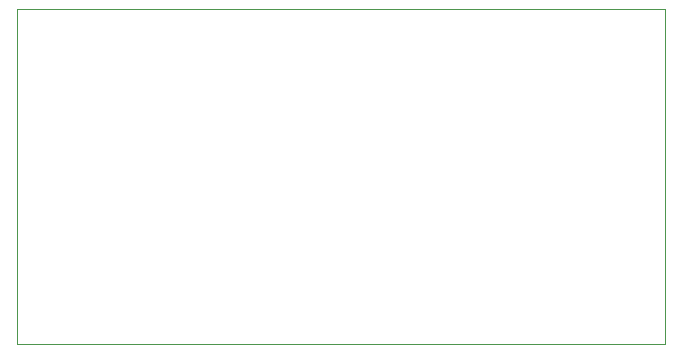
<source format=gbr>
%TF.GenerationSoftware,Altium Limited,Altium Designer,21.5.1 (32)*%
G04 Layer_Color=32768*
%FSLAX45Y45*%
%MOMM*%
%TF.SameCoordinates,A9F9FA6B-86CD-4015-A2B0-A9C131C7035F*%
%TF.FilePolarity,Positive*%
%TF.FileFunction,Other,Mechanical_15*%
%TF.Part,Single*%
G01*
G75*
%TA.AperFunction,NonConductor*%
%ADD34C,0.05000*%
D34*
X6797700Y4587100D02*
Y7427100D01*
X12287700D01*
Y4587100D02*
Y7427100D01*
X6797700Y4587100D02*
X12287700D01*
%TF.MD5,7dc18a9a084390606f6676f96e306acb*%
M02*

</source>
